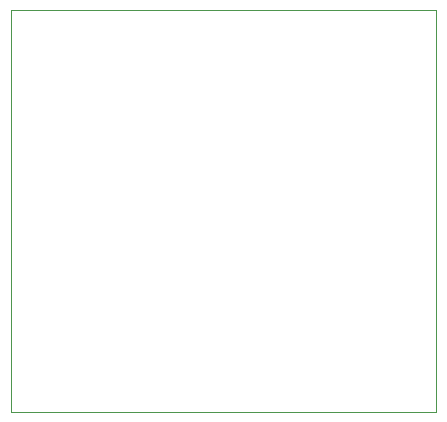
<source format=gm1>
G04 #@! TF.GenerationSoftware,KiCad,Pcbnew,(5.1.4)-1*
G04 #@! TF.CreationDate,2019-10-25T18:27:15-07:00*
G04 #@! TF.ProjectId,base,62617365-2e6b-4696-9361-645f70636258,rev?*
G04 #@! TF.SameCoordinates,Original*
G04 #@! TF.FileFunction,Profile,NP*
%FSLAX46Y46*%
G04 Gerber Fmt 4.6, Leading zero omitted, Abs format (unit mm)*
G04 Created by KiCad (PCBNEW (5.1.4)-1) date 2019-10-25 18:27:15*
%MOMM*%
%LPD*%
G04 APERTURE LIST*
%ADD10C,0.050000*%
G04 APERTURE END LIST*
D10*
X166500000Y-93500000D02*
X130500000Y-93500000D01*
X130500000Y-93500000D02*
X130500000Y-127500000D01*
X166500000Y-127500000D02*
X166500000Y-93500000D01*
X130500000Y-127500000D02*
X166500000Y-127500000D01*
M02*

</source>
